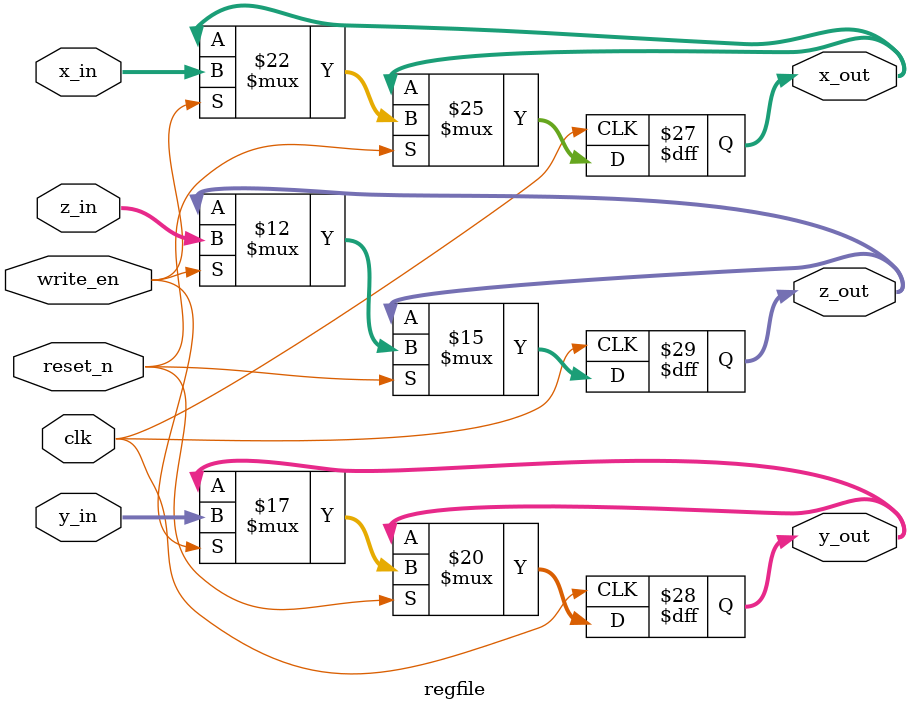
<source format=v>
`timescale 1ns / 1ps


module regfile #(parameter WORD_LENGTH=16, INDEX_LENGTH=4) (
    input clk,
    input write_en,
    input reset_n,
    input [WORD_LENGTH-1:0] x_in,
    input [WORD_LENGTH-1:0] y_in,
    input [WORD_LENGTH-1:0] z_in,
    output reg [WORD_LENGTH-1:0] x_out,
    output reg [WORD_LENGTH-1:0] y_out,
    output reg [WORD_LENGTH-1:0] z_out
    );
    
    reg [WORD_LENGTH-1:0] x, y, z;
    
    always @(posedge clk)
        if (!reset_n)
        begin
            x <= {WORD_LENGTH{1'b0}};
            y <= {WORD_LENGTH{1'b0}};
            z <= {WORD_LENGTH{1'b0}};
        end
        else if (write_en)
        begin
            x_out <= x_in;
            y_out <= y_in;
            z_out <= z_in;
        end
endmodule

</source>
